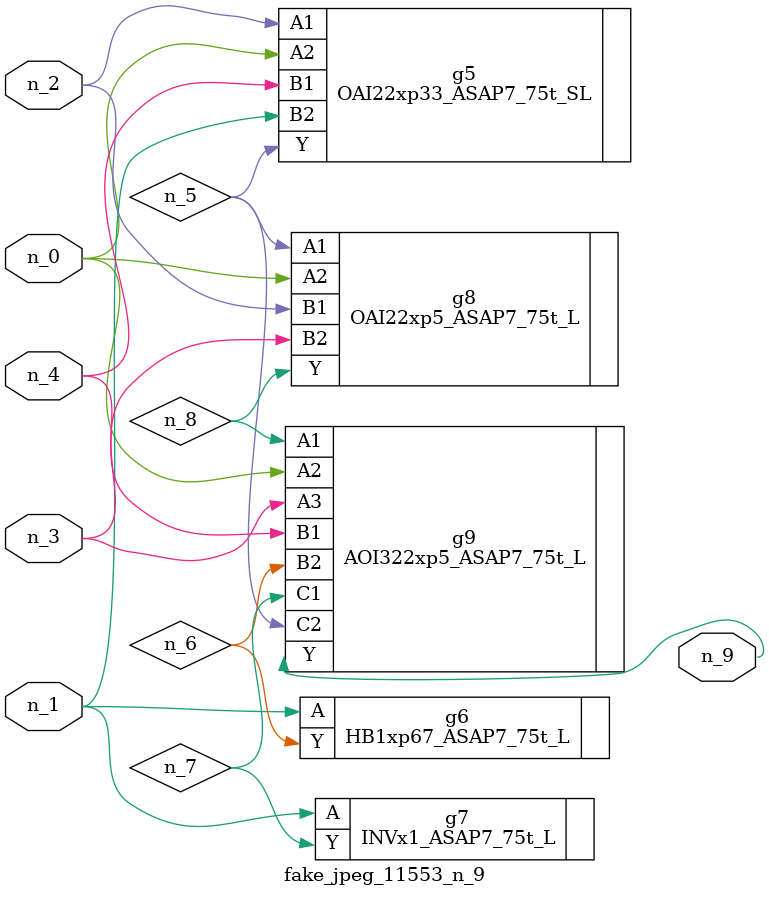
<source format=v>
module fake_jpeg_11553_n_9 (n_3, n_2, n_1, n_0, n_4, n_9);

input n_3;
input n_2;
input n_1;
input n_0;
input n_4;

output n_9;

wire n_8;
wire n_6;
wire n_5;
wire n_7;

OAI22xp33_ASAP7_75t_SL g5 ( 
.A1(n_2),
.A2(n_0),
.B1(n_4),
.B2(n_1),
.Y(n_5)
);

HB1xp67_ASAP7_75t_L g6 ( 
.A(n_1),
.Y(n_6)
);

INVx1_ASAP7_75t_L g7 ( 
.A(n_1),
.Y(n_7)
);

OAI22xp5_ASAP7_75t_L g8 ( 
.A1(n_5),
.A2(n_0),
.B1(n_2),
.B2(n_3),
.Y(n_8)
);

AOI322xp5_ASAP7_75t_L g9 ( 
.A1(n_8),
.A2(n_0),
.A3(n_3),
.B1(n_4),
.B2(n_6),
.C1(n_7),
.C2(n_5),
.Y(n_9)
);


endmodule
</source>
